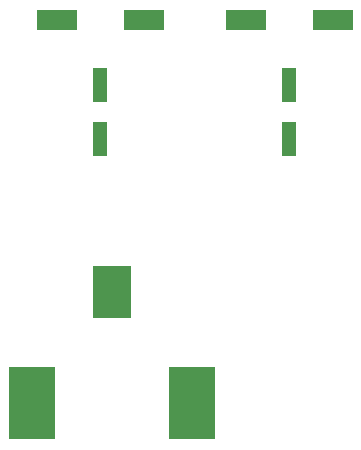
<source format=gtp>
G04 (created by PCBNEW-RS274X (2011-05-25)-stable) date Tue 17 Jan 2012 05:00:04 AM EST*
G01*
G70*
G90*
%MOIN*%
G04 Gerber Fmt 3.4, Leading zero omitted, Abs format*
%FSLAX34Y34*%
G04 APERTURE LIST*
%ADD10C,0.006000*%
%ADD11R,0.129900X0.173200*%
%ADD12R,0.153500X0.244100*%
%ADD13R,0.050000X0.115000*%
%ADD14R,0.135000X0.065000*%
G04 APERTURE END LIST*
G54D10*
G54D11*
X38583Y-42126D03*
G54D12*
X35906Y-45826D03*
X41260Y-45826D03*
G54D13*
X44488Y-35221D03*
X44488Y-37021D03*
G54D14*
X43038Y-33071D03*
X45938Y-33071D03*
G54D13*
X38189Y-35221D03*
X38189Y-37021D03*
G54D14*
X36739Y-33071D03*
X39639Y-33071D03*
M02*

</source>
